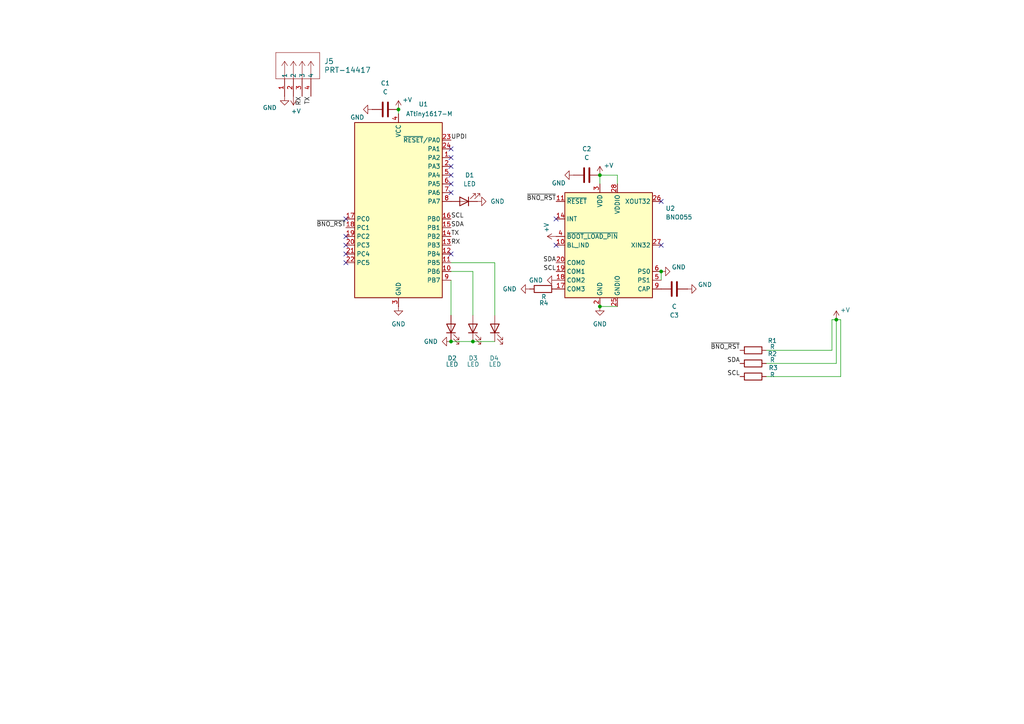
<source format=kicad_sch>
(kicad_sch (version 20250114) (generator "eeschema") (generator_version "9.0")
  (paper "A4")
  (lib_symbols
    (symbol "Device:C" (pin_numbers (hide yes)) (pin_names (offset 0.254))
      (property "Reference" "C" (at 0.635 2.54 0))
      (property "Value" "C" (at 0.635 -2.54 0))
      (symbol "C_0_1"
        (polyline (pts (xy -2.032 0.762) (xy 2.032 0.762)) (stroke (width 0.508)))
        (polyline (pts (xy -2.032 -0.762) (xy 2.032 -0.762)) (stroke (width 0.508)))
      )
      (symbol "C_1_1"
        (pin passive line (at 0 3.81 270) (length 2.794) (name "~") (number "1"))
        (pin passive line (at 0 -3.81 90) (length 2.794) (name "~") (number "2"))
      )
    )
    (symbol "Device:LED" (pin_numbers (hide yes)) (pin_names (offset 1.016) (hide yes))
      (property "Reference" "D" (at 0 2.54 0))
      (property "Value" "LED" (at 0 -2.54 0))
      (symbol "LED_0_1"
        (polyline (pts (xy -3.048 -0.762) (xy -4.572 -2.286) (xy -3.81 -2.286) (xy -4.572 -2.286) (xy -4.572 -1.524)))
        (polyline (pts (xy -1.778 -0.762) (xy -3.302 -2.286) (xy -2.54 -2.286) (xy -3.302 -2.286) (xy -3.302 -1.524)))
        (polyline (pts (xy -1.27 0) (xy 1.27 0)))
        (polyline (pts (xy -1.27 -1.27) (xy -1.27 1.27)) (stroke (width 0.254)))
        (polyline (pts (xy 1.27 -1.27) (xy 1.27 1.27) (xy -1.27 0) (xy 1.27 -1.27)) (stroke (width 0.254)))
      )
      (symbol "LED_1_1"
        (pin passive line (at -3.81 0 0) (length 2.54) (name "K") (number "1"))
        (pin passive line (at 3.81 0 180) (length 2.54) (name "A") (number "2"))
      )
    )
    (symbol "Device:R" (pin_numbers (hide yes)) (pin_names (offset 0))
      (property "Reference" "R" (at 2.032 0 90))
      (property "Value" "R" (at 0 0 90))
      (symbol "R_0_1"
        (rectangle (start -1.016 -2.54) (end 1.016 2.54) (stroke (width 0.254)))
      )
      (symbol "R_1_1"
        (pin passive line (at 0 3.81 270) (length 1.27) (name "~") (number "1"))
        (pin passive line (at 0 -3.81 90) (length 1.27) (name "~") (number "2"))
      )
    )
    (symbol "MCU_Microchip_ATtiny:ATtiny1617-M"
      (property "Reference" "U" (at -12.7 26.67 0))
      (property "Value" "ATtiny1617-M" (at 2.54 -26.67 0))
      (symbol "ATtiny1617-M_0_1"
        (rectangle (start -12.7 -25.4) (end 12.7 25.4) (stroke (width 0.254)) (fill (type background)))
      )
      (symbol "ATtiny1617-M_1_1"
        (pin bidirectional line (at -15.24 -2.54 0) (length 2.54) (name "PC0") (number "17"))
        (pin bidirectional line (at -15.24 -5.08 0) (length 2.54) (name "PC1") (number "18"))
        (pin bidirectional line (at -15.24 -7.62 0) (length 2.54) (name "PC2") (number "19"))
        (pin bidirectional line (at -15.24 -10.16 0) (length 2.54) (name "PC3") (number "20"))
        (pin bidirectional line (at -15.24 -12.7 0) (length 2.54) (name "PC4") (number "21"))
        (pin bidirectional line (at -15.24 -15.24 0) (length 2.54) (name "PC5") (number "22"))
        (pin power_in line (at 0 27.94 270) (length 2.54) (name "VCC") (number "4"))
        (pin passive line (at 0 -27.94 90) (length 2.54) (hide yes) (name "GND") (number "25"))
        (pin power_in line (at 0 -27.94 90) (length 2.54) (name "GND") (number "3"))
        (pin bidirectional line (at 15.24 20.32 180) (length 2.54) (name "~{RESET}/PA0") (number "23"))
        (pin bidirectional line (at 15.24 17.78 180) (length 2.54) (name "PA1") (number "24"))
        (pin bidirectional line (at 15.24 15.24 180) (length 2.54) (name "PA2") (number "1"))
        (pin bidirectional line (at 15.24 12.7 180) (length 2.54) (name "PA3") (number "2"))
        (pin bidirectional line (at 15.24 10.16 180) (length 2.54) (name "PA4") (number "5"))
        (pin bidirectional line (at 15.24 7.62 180) (length 2.54) (name "PA5") (number "6"))
        (pin bidirectional line (at 15.24 5.08 180) (length 2.54) (name "PA6") (number "7"))
        (pin bidirectional line (at 15.24 2.54 180) (length 2.54) (name "PA7") (number "8"))
        (pin bidirectional line (at 15.24 -2.54 180) (length 2.54) (name "PB0") (number "16"))
        (pin bidirectional line (at 15.24 -5.08 180) (length 2.54) (name "PB1") (number "15"))
        (pin bidirectional line (at 15.24 -7.62 180) (length 2.54) (name "PB2") (number "14"))
        (pin bidirectional line (at 15.24 -10.16 180) (length 2.54) (name "PB3") (number "13"))
        (pin bidirectional line (at 15.24 -12.7 180) (length 2.54) (name "PB4") (number "12"))
        (pin bidirectional line (at 15.24 -15.24 180) (length 2.54) (name "PB5") (number "11"))
        (pin bidirectional line (at 15.24 -17.78 180) (length 2.54) (name "PB6") (number "10"))
        (pin bidirectional line (at 15.24 -20.32 180) (length 2.54) (name "PB7") (number "9"))
      )
    )
    (symbol "New_Library:PRT-14417" (pin_names (offset 0.254))
      (property "Reference" "J" (at 8.89 6.35 0))
      (property "Value" "PRT-14417" (at 0 0 0))
      (symbol "PRT-14417_1_1"
        (polyline (pts (xy 5.08 2.54) (xy 5.08 -10.16)) (stroke (width 0.127)))
        (polyline (pts (xy 5.08 -10.16) (xy 12.7 -10.16)) (stroke (width 0.127)))
        (polyline (pts (xy 10.16 0) (xy 5.08 0)) (stroke (width 0.127)))
        (polyline (pts (xy 10.16 0) (xy 8.89 0.8467)) (stroke (width 0.127)))
        (polyline (pts (xy 10.16 0) (xy 8.89 -0.8467)) (stroke (width 0.127)))
        (polyline (pts (xy 10.16 -2.54) (xy 5.08 -2.54)) (stroke (width 0.127)))
        (polyline (pts (xy 10.16 -2.54) (xy 8.89 -1.6933)) (stroke (width 0.127)))
        (polyline (pts (xy 10.16 -2.54) (xy 8.89 -3.3867)) (stroke (width 0.127)))
        (polyline (pts (xy 10.16 -5.08) (xy 5.08 -5.08)) (stroke (width 0.127)))
        (polyline (pts (xy 10.16 -5.08) (xy 8.89 -4.2333)) (stroke (width 0.127)))
        (polyline (pts (xy 10.16 -5.08) (xy 8.89 -5.9267)) (stroke (width 0.127)))
        (polyline (pts (xy 10.16 -7.62) (xy 5.08 -7.62)) (stroke (width 0.127)))
        (polyline (pts (xy 10.16 -7.62) (xy 8.89 -6.7733)) (stroke (width 0.127)))
        (polyline (pts (xy 10.16 -7.62) (xy 8.89 -8.4667)) (stroke (width 0.127)))
        (polyline (pts (xy 12.7 2.54) (xy 5.08 2.54)) (stroke (width 0.127)))
        (polyline (pts (xy 12.7 -10.16) (xy 12.7 2.54)) (stroke (width 0.127)))
        (pin unspecified line (at 0 0 0) (length 5.08) (name "1") (number "1"))
        (pin unspecified line (at 0 -2.54 0) (length 5.08) (name "2") (number "2"))
        (pin unspecified line (at 0 -5.08 0) (length 5.08) (name "3") (number "3"))
        (pin unspecified line (at 0 -7.62 0) (length 5.08) (name "4") (number "4"))
      )
      (symbol "PRT-14417_1_2"
        (polyline (pts (xy 5.08 2.54) (xy 5.08 -10.16)) (stroke (width 0.127)))
        (polyline (pts (xy 5.08 -10.16) (xy 12.7 -10.16)) (stroke (width 0.127)))
        (polyline (pts (xy 7.62 0) (xy 5.08 0)) (stroke (width 0.127)))
        (polyline (pts (xy 7.62 0) (xy 8.89 0.8467)) (stroke (width 0.127)))
        (polyline (pts (xy 7.62 0) (xy 8.89 -0.8467)) (stroke (width 0.127)))
        (polyline (pts (xy 7.62 -2.54) (xy 5.08 -2.54)) (stroke (width 0.127)))
        (polyline (pts (xy 7.62 -2.54) (xy 8.89 -1.6933)) (stroke (width 0.127)))
        (polyline (pts (xy 7.62 -2.54) (xy 8.89 -3.3867)) (stroke (width 0.127)))
        (polyline (pts (xy 7.62 -5.08) (xy 5.08 -5.08)) (stroke (width 0.127)))
        (polyline (pts (xy 7.62 -5.08) (xy 8.89 -4.2333)) (stroke (width 0.127)))
        (polyline (pts (xy 7.62 -5.08) (xy 8.89 -5.9267)) (stroke (width 0.127)))
        (polyline (pts (xy 7.62 -7.62) (xy 5.08 -7.62)) (stroke (width 0.127)))
        (polyline (pts (xy 7.62 -7.62) (xy 8.89 -6.7733)) (stroke (width 0.127)))
        (polyline (pts (xy 7.62 -7.62) (xy 8.89 -8.4667)) (stroke (width 0.127)))
        (polyline (pts (xy 12.7 2.54) (xy 5.08 2.54)) (stroke (width 0.127)))
        (polyline (pts (xy 12.7 -10.16) (xy 12.7 2.54)) (stroke (width 0.127)))
        (pin unspecified line (at 0 0 0) (length 5.08) (name "1") (number "1"))
        (pin unspecified line (at 0 -2.54 0) (length 5.08) (name "2") (number "2"))
        (pin unspecified line (at 0 -5.08 0) (length 5.08) (name "3") (number "3"))
        (pin unspecified line (at 0 -7.62 0) (length 5.08) (name "4") (number "4"))
      )
    )
    (symbol "Sensor_Motion:BNO055"
      (property "Reference" "U" (at -11.43 16.51 0))
      (property "Value" "BNO055" (at 12.7 16.51 0))
      (symbol "BNO055_0_1"
        (rectangle (start -12.7 15.24) (end 12.7 -15.24) (stroke (width 0.254)) (fill (type background)))
      )
      (symbol "BNO055_1_1"
        (pin input line (at -15.24 12.7 0) (length 2.54) (name "~{RESET}") (number "11"))
        (pin output line (at -15.24 7.62 0) (length 2.54) (name "INT") (number "14"))
        (pin input line (at -15.24 2.54 0) (length 2.54) (name "~{BOOT_LOAD_PIN}") (number "4"))
        (pin output line (at -15.24 0 0) (length 2.54) (name "BL_IND") (number "10"))
        (pin bidirectional line (at -15.24 -5.08 0) (length 2.54) (name "COM0") (number "20"))
        (pin bidirectional line (at -15.24 -7.62 0) (length 2.54) (name "COM1") (number "19"))
        (pin passive line (at -15.24 -10.16 0) (length 2.54) (name "COM2") (number "18"))
        (pin input line (at -15.24 -12.7 0) (length 2.54) (name "COM3") (number "17"))
        (pin no_connect line (at -12.7 10.16 0) (length 2.54) (hide yes) (name "PIN1") (number "1"))
        (pin no_connect line (at -12.7 5.08 0) (length 2.54) (hide yes) (name "PIN7") (number "7"))
        (pin no_connect line (at -12.7 -2.54 0) (length 2.54) (hide yes) (name "PIN8") (number "8"))
        (pin power_in line (at -2.54 17.78 270) (length 2.54) (name "VDD") (number "3"))
        (pin power_in line (at -2.54 -17.78 90) (length 2.54) (name "GND") (number "2"))
        (pin power_in line (at 2.54 17.78 270) (length 2.54) (name "VDDIO") (number "28"))
        (pin power_in line (at 2.54 -17.78 90) (length 2.54) (name "GNDIO") (number "25"))
        (pin no_connect line (at 5.08 -15.24 90) (length 2.54) (hide yes) (name "PIN15") (number "15"))
        (pin no_connect line (at 7.62 -15.24 90) (length 2.54) (hide yes) (name "PIN16") (number "16"))
        (pin no_connect line (at 12.7 10.16 180) (length 2.54) (hide yes) (name "PIN12") (number "12"))
        (pin no_connect line (at 12.7 7.62 180) (length 2.54) (hide yes) (name "PIN13") (number "13"))
        (pin no_connect line (at 12.7 5.08 180) (length 2.54) (hide yes) (name "PIN21") (number "21"))
        (pin no_connect line (at 12.7 2.54 180) (length 2.54) (hide yes) (name "PIN22") (number "22"))
        (pin no_connect line (at 12.7 -2.54 180) (length 2.54) (hide yes) (name "PIN23") (number "23"))
        (pin no_connect line (at 12.7 -5.08 180) (length 2.54) (hide yes) (name "PIN24") (number "24"))
        (pin output line (at 15.24 12.7 180) (length 2.54) (name "XOUT32") (number "26"))
        (pin input line (at 15.24 0 180) (length 2.54) (name "XIN32") (number "27"))
        (pin input line (at 15.24 -7.62 180) (length 2.54) (name "PS0") (number "6"))
        (pin input line (at 15.24 -10.16 180) (length 2.54) (name "PS1") (number "5"))
        (pin passive line (at 15.24 -12.7 180) (length 2.54) (name "CAP") (number "9"))
      )
    )
    (symbol "power:+5V" (power) (pin_names (offset 0))
      (property "Value" "+5V" (at 0 3.556 0))
      (symbol "+5V_0_1"
        (polyline (pts (xy -0.762 1.27) (xy 0 2.54)))
        (polyline (pts (xy 0 2.54) (xy 0.762 1.27)))
        (polyline (pts (xy 0 0) (xy 0 2.54)))
      )
      (symbol "+5V_1_1"
        (pin power_in line (at 0 0 90) (length 0) (hide yes) (name "+5V") (number "1"))
      )
    )
    (symbol "power:GND" (power) (pin_numbers (hide yes)) (pin_names (offset 0) (hide yes))
      (property "Value" "GND" (at 0 -3.81 0))
      (symbol "GND_0_1"
        (polyline (pts (xy 0 0) (xy 0 -1.27) (xy 1.27 -1.27) (xy 0 -2.54) (xy -1.27 -1.27) (xy 0 -1.27)))
      )
      (symbol "GND_1_1"
        (pin power_in line (at 0 0 270) (length 0) (name "~") (number "1"))
      )
    )
  )
  (junction (at 115.57 31.75))
  (junction (at 242.57 92.71))
  (junction (at 137.16 99.06))
  (junction (at 130.81 99.06))
  (junction (at 173.99 88.9))
  (junction (at 191.77 78.74))
  (junction (at 173.99 50.8))
  (no_connect (at 100.33 73.66))
  (no_connect (at 100.33 76.2))
  (no_connect (at 161.29 71.12))
  (no_connect (at 130.81 55.88))
  (no_connect (at 130.81 45.72))
  (no_connect (at 191.77 71.12))
  (no_connect (at 191.77 58.42))
  (no_connect (at 100.33 68.58))
  (no_connect (at 100.33 63.5))
  (no_connect (at 130.81 53.34))
  (no_connect (at 100.33 71.12))
  (no_connect (at 130.81 48.26))
  (no_connect (at 130.81 73.66))
  (no_connect (at 161.29 63.5))
  (no_connect (at 130.81 43.18))
  (no_connect (at 130.81 50.8))
  (wire (pts (xy 243.84 92.71) (xy 243.84 109.22)))
  (wire (pts (xy 242.57 92.71) (xy 242.57 105.41)))
  (wire (pts (xy 130.81 91.44) (xy 130.81 81.28)))
  (wire (pts (xy 222.25 105.41) (xy 242.57 105.41)))
  (wire (pts (xy 173.99 50.8) (xy 173.99 53.34)))
  (wire (pts (xy 130.81 99.06) (xy 137.16 99.06)))
  (wire (pts (xy 222.25 109.22) (xy 243.84 109.22)))
  (wire (pts (xy 241.3 92.71) (xy 242.57 92.71)))
  (wire (pts (xy 241.3 92.71) (xy 241.3 101.6)))
  (wire (pts (xy 241.3 101.6) (xy 222.25 101.6)))
  (wire (pts (xy 179.07 50.8) (xy 179.07 53.34)))
  (wire (pts (xy 137.16 99.06) (xy 143.51 99.06)))
  (wire (pts (xy 191.77 78.74) (xy 191.77 81.28)))
  (wire (pts (xy 137.16 78.74) (xy 137.16 91.44)))
  (wire (pts (xy 242.57 92.71) (xy 243.84 92.71)))
  (wire (pts (xy 130.81 76.2) (xy 143.51 76.2)))
  (wire (pts (xy 115.57 31.75) (xy 115.57 33.02)))
  (wire (pts (xy 130.81 78.74) (xy 137.16 78.74)))
  (wire (pts (xy 173.99 88.9) (xy 179.07 88.9)))
  (wire (pts (xy 179.07 50.8) (xy 173.99 50.8)))
  (wire (pts (xy 143.51 76.2) (xy 143.51 91.44)))
  (label "SCL" (at 214.63 109.22 180))
  (label "~{BNO_RST}" (at 100.33 66.04 180))
  (label "RX" (at 130.81 71.12 0))
  (label "~{BNO_RST}" (at 161.29 58.42 180))
  (label "TX" (at 90.17 27.94 270))
  (label "~{BNO_RST}" (at 214.63 101.6 180))
  (label "SCL" (at 161.29 78.74 180))
  (label "SCL" (at 130.81 63.5 0))
  (label "SDA" (at 130.81 66.04 0))
  (label "TX" (at 130.81 68.58 0))
  (label "SDA" (at 214.63 105.41 180))
  (label "SDA" (at 161.29 76.2 180))
  (label "RX" (at 87.63 27.94 270))
  (label "UPDI" (at 130.81 40.64 0))
  (symbol (lib_id "power:+5V") (at 85.09 27.94 180) (unit 1)
    (property "Reference" "#PWR05" (effects (hide yes)))
    (property "Value" "+V" (at 85.852 32.258 0))
  )
  (symbol (lib_id "Sensor_Motion:BNO055") (at 176.53 71.12 0) (unit 1)
    (property "Reference" "U2" (at 193.04 60.452 0) (effects (justify left)))
    (property "Value" "BNO055" (at 193.04 62.992 0) (effects (justify left)))
    (property "Footprint" "Package_LGA:LGA-28_5.2x3.8mm_P0.5mm" (effects (hide yes)))
    (property "Datasheet" "https://www.bosch-sensortec.com/media/boschsensortec/downloads/datasheets/bst-bno055-ds000.pdf" (effects (hide yes)))
    (property "Description" "Intelligent 9-axis absolute orientation sensor, LGA-28" (effects (hide yes)))
  )
  (symbol (lib_id "New_Library:PRT-14417") (at 82.55 27.94 90) (unit 1)
    (property "Reference" "J5" (at 93.98 17.7799 90) (effects (font (size 1.524 1.524)) (justify right)))
    (property "Value" "PRT-14417" (at 93.98 20.3199 90) (effects (font (size 1.524 1.524)) (justify right)))
    (property "Footprint" "User:CONN_PRT-14417_SPK" (effects (hide yes)))
    (property "Datasheet" "PRT-14417" (effects (hide yes)))
  )
  (symbol (lib_id "Device:R") (at 218.44 109.22 90) (unit 1)
    (property "Reference" "R3" (at 224.282 106.68 90))
    (property "Value" "R" (at 224.028 108.712 90))
    (property "Description" "Resistor" (effects (hide yes)))
  )
  (symbol (lib_id "Device:LED") (at 130.81 95.25 90) (unit 1)
    (property "Reference" "D2" (at 129.794 103.886 90) (effects (justify right)))
    (property "Value" "LED" (at 129.286 105.664 90) (effects (justify right)))
    (property "Description" "Light emitting diode" (effects (hide yes)))
    (property "Sim.Pins" "1=K 2=A" (effects (hide yes)))
  )
  (symbol (lib_id "Device:LED") (at 134.62 58.42 180) (unit 1)
    (property "Reference" "D1" (at 136.2075 50.8 0))
    (property "Value" "LED" (at 136.2075 53.34 0))
    (property "Description" "Light emitting diode" (effects (hide yes)))
    (property "Sim.Pins" "1=K 2=A" (effects (hide yes)))
  )
  (symbol (lib_id "power:+5V") (at 115.57 31.75 0) (unit 1)
    (property "Reference" "#PWR07" (effects (hide yes)))
    (property "Value" "+V" (at 118.11 28.956 0))
  )
  (symbol (lib_id "Device:R") (at 218.44 105.41 90) (unit 1)
    (property "Reference" "R2" (at 224.028 102.616 90))
    (property "Value" "R" (at 224.028 104.394 90))
    (property "Description" "Resistor" (effects (hide yes)))
  )
  (symbol (lib_id "power:GND") (at 130.81 99.06 270) (unit 1)
    (property "Reference" "#PWR013" (effects (hide yes)))
    (property "Value" "GND" (at 127 99.0599 90) (effects (justify right)))
    (property "Description" "Power symbol creates a global label with name \"GND\" , ground" (effects (hide yes)))
  )
  (symbol (lib_id "power:GND") (at 107.95 31.75 270) (unit 1)
    (property "Reference" "#PWR06" (effects (hide yes)))
    (property "Value" "GND" (at 103.632 34.036 90))
  )
  (symbol (lib_id "power:+5V") (at 161.29 68.58 90) (unit 1)
    (property "Reference" "#PWR015" (effects (hide yes)))
    (property "Value" "+V" (at 158.496 66.04 0))
  )
  (symbol (lib_id "Device:C") (at 111.76 31.75 90) (unit 1)
    (property "Reference" "C1" (at 111.76 24.13 90))
    (property "Value" "C" (at 111.76 26.67 90))
    (property "Description" "Unpolarized capacitor" (effects (hide yes)))
  )
  (symbol (lib_id "power:GND") (at 153.67 83.82 270) (unit 1)
    (property "Reference" "#PWR012" (effects (hide yes)))
    (property "Value" "GND" (at 149.86 83.8199 90) (effects (justify right)))
    (property "Description" "Power symbol creates a global label with name \"GND\" , ground" (effects (hide yes)))
  )
  (symbol (lib_id "Device:C") (at 195.58 83.82 270) (unit 1)
    (property "Reference" "C3" (at 195.58 91.44 90))
    (property "Value" "C" (at 195.58 88.9 90))
    (property "Description" "Unpolarized capacitor" (effects (hide yes)))
  )
  (symbol (lib_id "power:GND") (at 191.77 78.74 90) (unit 1)
    (property "Reference" "#PWR016" (effects (hide yes)))
    (property "Value" "GND" (at 196.85 77.47 90))
  )
  (symbol (lib_id "power:GND") (at 173.99 88.9 0) (unit 1)
    (property "Reference" "#PWR03" (effects (hide yes)))
    (property "Value" "GND" (at 173.99 93.98 0))
    (property "Description" "Power symbol creates a global label with name \"GND\" , ground" (effects (hide yes)))
  )
  (symbol (lib_id "Device:R") (at 157.48 83.82 270) (unit 1)
    (property "Reference" "R4" (at 157.734 87.884 90))
    (property "Value" "R" (at 157.734 86.106 90))
    (property "Description" "Resistor" (effects (hide yes)))
  )
  (symbol (lib_id "power:GND") (at 115.57 88.9 0) (unit 1)
    (property "Reference" "#PWR01" (effects (hide yes)))
    (property "Value" "GND" (at 115.57 93.98 0))
    (property "Description" "Power symbol creates a global label with name \"GND\" , ground" (effects (hide yes)))
  )
  (symbol (lib_id "power:GND") (at 166.37 50.8 270) (unit 1)
    (property "Reference" "#PWR09" (effects (hide yes)))
    (property "Value" "GND" (at 162.052 53.086 90))
  )
  (symbol (lib_id "power:GND") (at 138.43 58.42 90) (unit 1)
    (property "Reference" "#PWR014" (effects (hide yes)))
    (property "Value" "GND" (at 142.24 58.4199 90) (effects (justify right)))
    (property "Description" "Power symbol creates a global label with name \"GND\" , ground" (effects (hide yes)))
  )
  (symbol (lib_id "Device:LED") (at 137.16 95.25 90) (unit 1)
    (property "Reference" "D3" (at 135.89 103.886 90) (effects (justify right)))
    (property "Value" "LED" (at 135.382 105.664 90) (effects (justify right)))
    (property "Description" "Light emitting diode" (effects (hide yes)))
    (property "Sim.Pins" "1=K 2=A" (effects (hide yes)))
  )
  (symbol (lib_id "Device:LED") (at 143.51 95.25 90) (unit 1)
    (property "Reference" "D4" (at 141.986 103.886 90) (effects (justify right)))
    (property "Value" "LED" (at 141.732 105.664 90) (effects (justify right)))
    (property "Description" "Light emitting diode" (effects (hide yes)))
    (property "Sim.Pins" "1=K 2=A" (effects (hide yes)))
  )
  (symbol (lib_id "power:GND") (at 82.55 27.94 0) (unit 1)
    (property "Reference" "#PWR04" (effects (hide yes)))
    (property "Value" "GND" (at 78.232 31.242 0))
  )
  (symbol (lib_id "Device:C") (at 170.18 50.8 90) (unit 1)
    (property "Reference" "C2" (at 170.18 43.18 90))
    (property "Value" "C" (at 170.18 45.72 90))
    (property "Description" "Unpolarized capacitor" (effects (hide yes)))
  )
  (symbol (lib_id "power:+5V") (at 242.57 92.71 0) (unit 1)
    (property "Reference" "#PWR08" (effects (hide yes)))
    (property "Value" "+V" (at 245.11 89.916 0))
  )
  (symbol (lib_id "MCU_Microchip_ATtiny:ATtiny1617-M") (at 115.57 60.96 0) (unit 1)
    (property "Reference" "U1" (at 121.412 30.226 0) (effects (justify left)))
    (property "Value" "ATtiny1617-M" (at 117.7133 33.02 0) (effects (justify left)))
    (property "Footprint" "Package_DFN_QFN:QFN-24-1EP_4x4mm_P0.5mm_EP2.6x2.6mm" (effects (hide yes)))
    (property "Datasheet" "http://ww1.microchip.com/downloads/en/DeviceDoc/ATtiny3217_1617-Data-Sheet-40001999B.pdf" (effects (hide yes)))
    (property "Description" "20MHz, 16kB Flash, 2kB SRAM, 256B EEPROM, VQFN-24" (effects (hide yes)))
  )
  (symbol (lib_id "power:GND") (at 199.39 83.82 90) (unit 1)
    (property "Reference" "#PWR010" (effects (hide yes)))
    (property "Value" "GND" (at 204.47 82.55 90))
  )
  (symbol (lib_id "Device:R") (at 218.44 101.6 90) (unit 1)
    (property "Reference" "R1" (at 224.028 98.806 90))
    (property "Value" "R" (at 224.028 100.584 90))
    (property "Description" "Resistor" (effects (hide yes)))
  )
  (symbol (lib_id "power:+5V") (at 173.99 50.8 0) (unit 1)
    (property "Reference" "#PWR02" (effects (hide yes)))
    (property "Value" "+V" (at 176.53 48.006 0))
  )
  (symbol (lib_id "power:GND") (at 161.29 81.28 270) (unit 1)
    (property "Reference" "#PWR011" (effects (hide yes)))
    (property "Value" "GND" (at 157.48 81.2799 90) (effects (justify right)))
    (property "Description" "Power symbol creates a global label with name \"GND\" , ground" (effects (hide yes)))
  )
)
</source>
